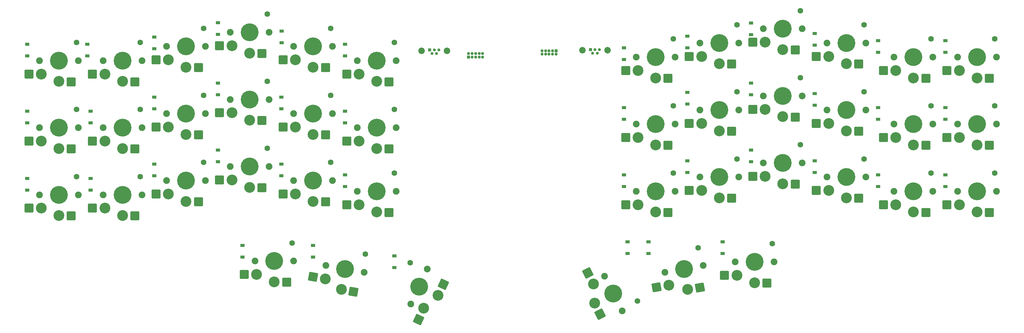
<source format=gbr>
%TF.GenerationSoftware,KiCad,Pcbnew,(6.0.9)*%
%TF.CreationDate,2023-05-23T13:43:04-07:00*%
%TF.ProjectId,Keycad_fun,4b657963-6164-45f6-9675-6e2e6b696361,rev?*%
%TF.SameCoordinates,Original*%
%TF.FileFunction,Soldermask,Bot*%
%TF.FilePolarity,Negative*%
%FSLAX46Y46*%
G04 Gerber Fmt 4.6, Leading zero omitted, Abs format (unit mm)*
G04 Created by KiCad (PCBNEW (6.0.9)) date 2023-05-23 13:43:04*
%MOMM*%
%LPD*%
G01*
G04 APERTURE LIST*
G04 Aperture macros list*
%AMRoundRect*
0 Rectangle with rounded corners*
0 $1 Rounding radius*
0 $2 $3 $4 $5 $6 $7 $8 $9 X,Y pos of 4 corners*
0 Add a 4 corners polygon primitive as box body*
4,1,4,$2,$3,$4,$5,$6,$7,$8,$9,$2,$3,0*
0 Add four circle primitives for the rounded corners*
1,1,$1+$1,$2,$3*
1,1,$1+$1,$4,$5*
1,1,$1+$1,$6,$7*
1,1,$1+$1,$8,$9*
0 Add four rect primitives between the rounded corners*
20,1,$1+$1,$2,$3,$4,$5,0*
20,1,$1+$1,$4,$5,$6,$7,0*
20,1,$1+$1,$6,$7,$8,$9,0*
20,1,$1+$1,$8,$9,$2,$3,0*%
G04 Aperture macros list end*
%ADD10R,0.850000X0.850000*%
%ADD11O,0.850000X0.850000*%
%ADD12R,0.840000X0.840000*%
%ADD13C,0.840000*%
%ADD14C,1.850000*%
%ADD15C,1.900000*%
%ADD16C,1.600000*%
%ADD17C,3.050000*%
%ADD18C,5.050000*%
%ADD19RoundRect,0.250000X1.025000X1.000000X-1.025000X1.000000X-1.025000X-1.000000X1.025000X-1.000000X0*%
%ADD20RoundRect,0.250000X1.183076X0.806818X-0.835780X1.162797X-1.183076X-0.806818X0.835780X-1.162797X0*%
%ADD21RoundRect,0.250000X-0.473124X1.351584X-1.339492X-0.506347X0.473124X-1.351584X1.339492X0.506347X0*%
%ADD22RoundRect,0.250000X1.356347X-0.459291X0.425666X1.367272X-1.356347X0.459291X-0.425666X-1.367272X0*%
%ADD23RoundRect,0.250000X0.835780X1.162797X-1.183076X0.806818X-0.835780X-1.162797X1.183076X-0.806818X0*%
%ADD24R,1.200000X0.900000*%
G04 APERTURE END LIST*
D10*
%TO.C,J1*%
X167000000Y-58000000D03*
D11*
X167000000Y-57000000D03*
X168000000Y-58000000D03*
X168000000Y-57000000D03*
X169000000Y-58000000D03*
X169000000Y-57000000D03*
X170000000Y-58000000D03*
X170000000Y-57000000D03*
X171000000Y-58000000D03*
X171000000Y-57000000D03*
%TD*%
D12*
%TO.C,J2*%
X156000000Y-56000000D03*
D13*
X156650000Y-57000000D03*
X157300000Y-56000000D03*
X157950000Y-57000000D03*
X158600000Y-56000000D03*
D14*
X160875000Y-56220000D03*
X153725000Y-56220000D03*
%TD*%
D10*
%TO.C,J3*%
X191800000Y-56200000D03*
D11*
X191800000Y-57200000D03*
X190800000Y-56200000D03*
X190800000Y-57200000D03*
X189800000Y-56200000D03*
X189800000Y-57200000D03*
X188800000Y-56200000D03*
X188800000Y-57200000D03*
X187800000Y-56200000D03*
X187800000Y-57200000D03*
%TD*%
D12*
%TO.C,J4*%
X201500000Y-55880000D03*
D13*
X202150000Y-56880000D03*
X202800000Y-55880000D03*
X203450000Y-56880000D03*
X204100000Y-55880000D03*
D14*
X206375000Y-56100000D03*
X199225000Y-56100000D03*
%TD*%
D15*
%TO.C,SW1*%
X45500000Y-59000000D03*
D16*
X56000000Y-53850000D03*
D15*
X56500000Y-59000000D03*
D17*
X51000000Y-64900000D03*
X46000000Y-62800000D03*
D18*
X51000000Y-59000000D03*
D19*
X54500000Y-65000000D03*
X42500000Y-62800000D03*
%TD*%
D17*
%TO.C,SW2*%
X64000000Y-62800000D03*
X69000000Y-64900000D03*
D15*
X63500000Y-59000000D03*
D18*
X69000000Y-59000000D03*
D16*
X74000000Y-53850000D03*
D15*
X74500000Y-59000000D03*
D19*
X72500000Y-65000000D03*
X60500000Y-62800000D03*
%TD*%
D16*
%TO.C,SW3*%
X92000000Y-49850000D03*
D15*
X92500000Y-55000000D03*
X81500000Y-55000000D03*
D17*
X82000000Y-58800000D03*
X87000000Y-60900000D03*
D18*
X87000000Y-55000000D03*
D19*
X90500000Y-61000000D03*
X78500000Y-58800000D03*
%TD*%
D16*
%TO.C,SW4*%
X110000000Y-45850000D03*
D15*
X99500000Y-51000000D03*
X110500000Y-51000000D03*
D18*
X105000000Y-51000000D03*
D17*
X100000000Y-54800000D03*
X105000000Y-56900000D03*
D19*
X108500000Y-57000000D03*
X96500000Y-54800000D03*
%TD*%
D17*
%TO.C,SW5*%
X123000000Y-60900000D03*
D16*
X128000000Y-49850000D03*
D18*
X123000000Y-55000000D03*
D15*
X117500000Y-55000000D03*
D17*
X118000000Y-58800000D03*
D15*
X128500000Y-55000000D03*
D19*
X126500000Y-61000000D03*
X114500000Y-58800000D03*
%TD*%
D15*
%TO.C,SW6*%
X135500000Y-59000000D03*
D18*
X141000000Y-59000000D03*
D16*
X146000000Y-53850000D03*
D17*
X141000000Y-64900000D03*
D15*
X146500000Y-59000000D03*
D17*
X136000000Y-62800000D03*
D19*
X144500000Y-65000000D03*
X132500000Y-62800000D03*
%TD*%
D15*
%TO.C,SW7*%
X56500000Y-78000000D03*
X45500000Y-78000000D03*
D16*
X56000000Y-72850000D03*
D17*
X51000000Y-83900000D03*
D18*
X51000000Y-78000000D03*
D17*
X46000000Y-81800000D03*
D19*
X54500000Y-84000000D03*
X42500000Y-81800000D03*
%TD*%
D18*
%TO.C,SW8*%
X69000000Y-78000000D03*
D15*
X74500000Y-78000000D03*
D17*
X64000000Y-81800000D03*
X69000000Y-83900000D03*
D16*
X74000000Y-72850000D03*
D15*
X63500000Y-78000000D03*
D19*
X72500000Y-84000000D03*
X60500000Y-81800000D03*
%TD*%
D18*
%TO.C,SW9*%
X87000000Y-74000000D03*
D17*
X87000000Y-79900000D03*
D15*
X92500000Y-74000000D03*
D16*
X92000000Y-68850000D03*
D15*
X81500000Y-74000000D03*
D17*
X82000000Y-77800000D03*
D19*
X90500000Y-80000000D03*
X78500000Y-77800000D03*
%TD*%
D15*
%TO.C,SW10*%
X99500000Y-70000000D03*
D17*
X100000000Y-73800000D03*
D18*
X105000000Y-70000000D03*
D16*
X110000000Y-64850000D03*
D17*
X105000000Y-75900000D03*
D15*
X110500000Y-70000000D03*
D19*
X108500000Y-76000000D03*
X96500000Y-73800000D03*
%TD*%
D16*
%TO.C,SW11*%
X128000000Y-68850000D03*
D18*
X123000000Y-74000000D03*
D17*
X123000000Y-79900000D03*
D15*
X128500000Y-74000000D03*
D17*
X118000000Y-77800000D03*
D15*
X117500000Y-74000000D03*
D19*
X126500000Y-80000000D03*
X114500000Y-77800000D03*
%TD*%
D15*
%TO.C,SW12*%
X146500000Y-78000000D03*
D17*
X136000000Y-81800000D03*
D15*
X135500000Y-78000000D03*
D18*
X141000000Y-78000000D03*
D16*
X146000000Y-72850000D03*
D17*
X141000000Y-83900000D03*
D19*
X144500000Y-84000000D03*
X132500000Y-81800000D03*
%TD*%
D18*
%TO.C,SW13*%
X51000000Y-97000000D03*
D17*
X46000000Y-100800000D03*
D16*
X56000000Y-91850000D03*
D17*
X51000000Y-102900000D03*
D15*
X56500000Y-97000000D03*
X45500000Y-97000000D03*
D19*
X54500000Y-103000000D03*
X42500000Y-100800000D03*
%TD*%
D17*
%TO.C,SW14*%
X64000000Y-100800000D03*
D16*
X74000000Y-91850000D03*
D17*
X69000000Y-102900000D03*
D18*
X69000000Y-97000000D03*
D15*
X74500000Y-97000000D03*
X63500000Y-97000000D03*
D19*
X72500000Y-103000000D03*
X60500000Y-100800000D03*
%TD*%
D16*
%TO.C,SW15*%
X92000000Y-87850000D03*
D17*
X82000000Y-96800000D03*
D15*
X92500000Y-93000000D03*
D17*
X87000000Y-98900000D03*
D18*
X87000000Y-93000000D03*
D15*
X81500000Y-93000000D03*
D19*
X90500000Y-99000000D03*
X78500000Y-96800000D03*
%TD*%
D17*
%TO.C,SW16*%
X105000000Y-94900000D03*
D15*
X110500000Y-89000000D03*
X99500000Y-89000000D03*
D18*
X105000000Y-89000000D03*
D16*
X110000000Y-83850000D03*
D17*
X100000000Y-92800000D03*
D19*
X108500000Y-95000000D03*
X96500000Y-92800000D03*
%TD*%
D15*
%TO.C,SW17*%
X128500000Y-93000000D03*
D17*
X118000000Y-96800000D03*
D18*
X123000000Y-93000000D03*
D16*
X128000000Y-87850000D03*
D15*
X117500000Y-93000000D03*
D17*
X123000000Y-98900000D03*
D19*
X126500000Y-99000000D03*
X114500000Y-96800000D03*
%TD*%
D17*
%TO.C,SW18*%
X136000000Y-99800000D03*
D15*
X135500000Y-96000000D03*
X146500000Y-96000000D03*
D17*
X141000000Y-101900000D03*
D18*
X141000000Y-96000000D03*
D16*
X146000000Y-90850000D03*
D19*
X144500000Y-102000000D03*
X132500000Y-99800000D03*
%TD*%
D15*
%TO.C,SW19*%
X106500000Y-115790000D03*
X117500000Y-115790000D03*
D17*
X107000000Y-119590000D03*
D16*
X117000000Y-110640000D03*
D17*
X112000000Y-121690000D03*
D18*
X112000000Y-115790000D03*
D19*
X115500000Y-121790000D03*
X103500000Y-119590000D03*
%TD*%
D18*
%TO.C,SW20*%
X132000000Y-118000000D03*
D15*
X126583557Y-117044935D03*
X137416443Y-118955065D03*
D16*
X137818327Y-113796481D03*
D17*
X130975476Y-123810366D03*
X126416098Y-120874029D03*
D20*
X134404938Y-124516615D03*
X122969271Y-120266260D03*
%TD*%
D18*
%TO.C,SW21*%
X153000000Y-123000000D03*
D17*
X158347216Y-125493448D03*
D16*
X150445606Y-116291977D03*
D17*
X154330878Y-129137488D03*
D15*
X155324400Y-118015307D03*
X150675600Y-127984693D03*
D21*
X159917011Y-122363632D03*
X152851714Y-132309566D03*
%TD*%
D17*
%TO.C,SW22*%
X215000000Y-61800000D03*
D16*
X225000000Y-52850000D03*
D15*
X225500000Y-58000000D03*
D18*
X220000000Y-58000000D03*
D15*
X214500000Y-58000000D03*
D17*
X220000000Y-63900000D03*
D19*
X223500000Y-64000000D03*
X211500000Y-61800000D03*
%TD*%
D17*
%TO.C,SW23*%
X238000000Y-59900000D03*
X233000000Y-57800000D03*
D15*
X243500000Y-54000000D03*
X232500000Y-54000000D03*
D16*
X243000000Y-48850000D03*
D18*
X238000000Y-54000000D03*
D19*
X241500000Y-60000000D03*
X229500000Y-57800000D03*
%TD*%
D17*
%TO.C,SW24*%
X256000000Y-55900000D03*
D15*
X261500000Y-50000000D03*
X250500000Y-50000000D03*
D18*
X256000000Y-50000000D03*
D16*
X261000000Y-44850000D03*
D17*
X251000000Y-53800000D03*
D19*
X259500000Y-56000000D03*
X247500000Y-53800000D03*
%TD*%
D15*
%TO.C,SW25*%
X279500000Y-54000000D03*
X268500000Y-54000000D03*
D17*
X269000000Y-57800000D03*
D16*
X279000000Y-48850000D03*
D18*
X274000000Y-54000000D03*
D17*
X274000000Y-59900000D03*
D19*
X277500000Y-60000000D03*
X265500000Y-57800000D03*
%TD*%
D15*
%TO.C,SW26*%
X298500000Y-58000000D03*
D17*
X293000000Y-63900000D03*
X288000000Y-61800000D03*
D18*
X293000000Y-58000000D03*
D15*
X287500000Y-58000000D03*
D16*
X298000000Y-52850000D03*
D19*
X296500000Y-64000000D03*
X284500000Y-61800000D03*
%TD*%
D17*
%TO.C,SW27*%
X311000000Y-63900000D03*
D15*
X305500000Y-58000000D03*
D18*
X311000000Y-58000000D03*
D15*
X316500000Y-58000000D03*
D16*
X316000000Y-52850000D03*
D17*
X306000000Y-61800000D03*
D19*
X314500000Y-64000000D03*
X302500000Y-61800000D03*
%TD*%
D17*
%TO.C,SW28*%
X220000000Y-82900000D03*
D15*
X214500000Y-77000000D03*
D18*
X220000000Y-77000000D03*
D17*
X215000000Y-80800000D03*
D16*
X225000000Y-71850000D03*
D15*
X225500000Y-77000000D03*
D19*
X223500000Y-83000000D03*
X211500000Y-80800000D03*
%TD*%
D17*
%TO.C,SW29*%
X233000000Y-76800000D03*
D15*
X243500000Y-73000000D03*
D18*
X238000000Y-73000000D03*
D16*
X243000000Y-67850000D03*
D15*
X232500000Y-73000000D03*
D17*
X238000000Y-78900000D03*
D19*
X241500000Y-79000000D03*
X229500000Y-76800000D03*
%TD*%
D16*
%TO.C,SW30*%
X261000000Y-63850000D03*
D17*
X256000000Y-74900000D03*
D15*
X250500000Y-69000000D03*
D17*
X251000000Y-72800000D03*
D18*
X256000000Y-69000000D03*
D15*
X261500000Y-69000000D03*
D19*
X259500000Y-75000000D03*
X247500000Y-72800000D03*
%TD*%
D17*
%TO.C,SW31*%
X269000000Y-76800000D03*
D15*
X268500000Y-73000000D03*
D16*
X279000000Y-67850000D03*
D15*
X279500000Y-73000000D03*
D17*
X274000000Y-78900000D03*
D18*
X274000000Y-73000000D03*
D19*
X277500000Y-79000000D03*
X265500000Y-76800000D03*
%TD*%
D18*
%TO.C,SW32*%
X293000000Y-77000000D03*
D17*
X288000000Y-80800000D03*
D15*
X298500000Y-77000000D03*
D17*
X293000000Y-82900000D03*
D16*
X298000000Y-71850000D03*
D15*
X287500000Y-77000000D03*
D19*
X296500000Y-83000000D03*
X284500000Y-80800000D03*
%TD*%
D17*
%TO.C,SW33*%
X306000000Y-80800000D03*
D16*
X316000000Y-71850000D03*
D15*
X316500000Y-77000000D03*
X305500000Y-77000000D03*
D18*
X311000000Y-77000000D03*
D17*
X311000000Y-82900000D03*
D19*
X314500000Y-83000000D03*
X302500000Y-80800000D03*
%TD*%
D16*
%TO.C,SW34*%
X225000000Y-90850000D03*
D15*
X225500000Y-96000000D03*
D17*
X215000000Y-99800000D03*
X220000000Y-101900000D03*
D18*
X220000000Y-96000000D03*
D15*
X214500000Y-96000000D03*
D19*
X223500000Y-102000000D03*
X211500000Y-99800000D03*
%TD*%
D18*
%TO.C,SW35*%
X238000000Y-92000000D03*
D15*
X232500000Y-92000000D03*
D17*
X233000000Y-95800000D03*
X238000000Y-97900000D03*
D15*
X243500000Y-92000000D03*
D16*
X243000000Y-86850000D03*
D19*
X241500000Y-98000000D03*
X229500000Y-95800000D03*
%TD*%
D17*
%TO.C,SW36*%
X256000000Y-93900000D03*
D18*
X256000000Y-88000000D03*
D17*
X251000000Y-91800000D03*
D16*
X261000000Y-82850000D03*
D15*
X250500000Y-88000000D03*
X261500000Y-88000000D03*
D19*
X259500000Y-94000000D03*
X247500000Y-91800000D03*
%TD*%
D17*
%TO.C,SW37*%
X274000000Y-97900000D03*
D15*
X268500000Y-92000000D03*
D17*
X269000000Y-95800000D03*
D16*
X279000000Y-86850000D03*
D15*
X279500000Y-92000000D03*
D18*
X274000000Y-92000000D03*
D19*
X277500000Y-98000000D03*
X265500000Y-95800000D03*
%TD*%
D15*
%TO.C,SW38*%
X298500000Y-96000000D03*
D16*
X298000000Y-90850000D03*
D15*
X287500000Y-96000000D03*
D17*
X288000000Y-99800000D03*
X293000000Y-101900000D03*
D18*
X293000000Y-96000000D03*
D19*
X296500000Y-102000000D03*
X284500000Y-99800000D03*
%TD*%
D15*
%TO.C,SW39*%
X305500000Y-96000000D03*
D18*
X311000000Y-96000000D03*
D17*
X306000000Y-99800000D03*
X311000000Y-101900000D03*
D16*
X316000000Y-90850000D03*
D15*
X316500000Y-96000000D03*
D19*
X314500000Y-102000000D03*
X302500000Y-99800000D03*
%TD*%
D17*
%TO.C,SW40*%
X202344223Y-122270131D03*
D15*
X210496948Y-129900536D03*
D18*
X208000000Y-125000000D03*
D16*
X214858636Y-127116982D03*
D15*
X205503052Y-120099464D03*
D17*
X202743062Y-127678544D03*
D22*
X204242928Y-130842466D03*
X200755256Y-119151608D03*
%TD*%
D17*
%TO.C,SW41*%
X223735824Y-122610510D03*
D18*
X228000000Y-118000000D03*
D17*
X229024524Y-123810366D03*
D15*
X233416443Y-117044935D03*
X222583557Y-118955065D03*
D16*
X232029751Y-112059999D03*
D23*
X232488716Y-123301078D03*
X220288997Y-123218279D03*
%TD*%
D18*
%TO.C,SW42*%
X248000000Y-116000000D03*
D15*
X253500000Y-116000000D03*
D17*
X243000000Y-119800000D03*
X248000000Y-121900000D03*
D16*
X253000000Y-110850000D03*
D15*
X242500000Y-116000000D03*
D19*
X251500000Y-122000000D03*
X239500000Y-119800000D03*
%TD*%
D24*
%TO.C,D1*%
X42000000Y-54350000D03*
X42000000Y-57650000D03*
%TD*%
%TO.C,D2*%
X59000000Y-54350000D03*
X59000000Y-57650000D03*
%TD*%
%TO.C,D3*%
X78000000Y-52350000D03*
X78000000Y-55650000D03*
%TD*%
%TO.C,D4*%
X96000000Y-48250000D03*
X96000000Y-51550000D03*
%TD*%
%TO.C,D5*%
X114100000Y-50650000D03*
X114100000Y-53950000D03*
%TD*%
%TO.C,D6*%
X132000000Y-54350000D03*
X132000000Y-57650000D03*
%TD*%
%TO.C,D7*%
X42000000Y-73350000D03*
X42000000Y-76650000D03*
%TD*%
%TO.C,D8*%
X60000000Y-73350000D03*
X60000000Y-76650000D03*
%TD*%
%TO.C,D9*%
X78000000Y-69350000D03*
X78000000Y-72650000D03*
%TD*%
%TO.C,D10*%
X96000000Y-65350000D03*
X96000000Y-68650000D03*
%TD*%
%TO.C,D11*%
X114000000Y-69350000D03*
X114000000Y-72650000D03*
%TD*%
%TO.C,D12*%
X132000000Y-73350000D03*
X132000000Y-76650000D03*
%TD*%
%TO.C,D13*%
X42000000Y-92350000D03*
X42000000Y-95650000D03*
%TD*%
%TO.C,D14*%
X60000000Y-92350000D03*
X60000000Y-95650000D03*
%TD*%
%TO.C,D15*%
X78000000Y-88350000D03*
X78000000Y-91650000D03*
%TD*%
%TO.C,D16*%
X96000000Y-84350000D03*
X96000000Y-87650000D03*
%TD*%
%TO.C,D17*%
X114000000Y-88350000D03*
X114000000Y-91650000D03*
%TD*%
%TO.C,D18*%
X132000000Y-91350000D03*
X132000000Y-94650000D03*
%TD*%
%TO.C,D19*%
X103000000Y-111350000D03*
X103000000Y-114650000D03*
%TD*%
%TO.C,D20*%
X123000000Y-111350000D03*
X123000000Y-114650000D03*
%TD*%
%TO.C,D21*%
X146000000Y-114350000D03*
X146000000Y-117650000D03*
%TD*%
%TO.C,D22*%
X211000000Y-55350000D03*
X211000000Y-58650000D03*
%TD*%
%TO.C,D23*%
X229000000Y-52050000D03*
X229000000Y-55350000D03*
%TD*%
%TO.C,D24*%
X247000000Y-48350000D03*
X247000000Y-51650000D03*
%TD*%
%TO.C,D25*%
X265000000Y-51350000D03*
X265000000Y-54650000D03*
%TD*%
%TO.C,D26*%
X283000000Y-53350000D03*
X283000000Y-56650000D03*
%TD*%
%TO.C,D27*%
X302000000Y-53350000D03*
X302000000Y-56650000D03*
%TD*%
%TO.C,D28*%
X211000000Y-72350000D03*
X211000000Y-75650000D03*
%TD*%
%TO.C,D29*%
X229000000Y-68000000D03*
X229000000Y-71300000D03*
%TD*%
%TO.C,D30*%
X247000000Y-65350000D03*
X247000000Y-68650000D03*
%TD*%
%TO.C,D31*%
X265000000Y-68350000D03*
X265000000Y-71650000D03*
%TD*%
%TO.C,D32*%
X283000000Y-72350000D03*
X283000000Y-75650000D03*
%TD*%
%TO.C,D33*%
X302000000Y-72350000D03*
X302000000Y-75650000D03*
%TD*%
%TO.C,D34*%
X211000000Y-91350000D03*
X211000000Y-94650000D03*
%TD*%
%TO.C,D35*%
X229000000Y-87350000D03*
X229000000Y-90650000D03*
%TD*%
%TO.C,D36*%
X247000000Y-84350000D03*
X247000000Y-87650000D03*
%TD*%
%TO.C,D37*%
X265000000Y-87350000D03*
X265000000Y-90650000D03*
%TD*%
%TO.C,D38*%
X283000000Y-91350000D03*
X283000000Y-94650000D03*
%TD*%
%TO.C,D39*%
X302000000Y-91350000D03*
X302000000Y-94650000D03*
%TD*%
%TO.C,D40*%
X212000000Y-110350000D03*
X212000000Y-113650000D03*
%TD*%
%TO.C,D41*%
X218000000Y-110350000D03*
X218000000Y-113650000D03*
%TD*%
%TO.C,D42*%
X239000000Y-110350000D03*
X239000000Y-113650000D03*
%TD*%
M02*

</source>
